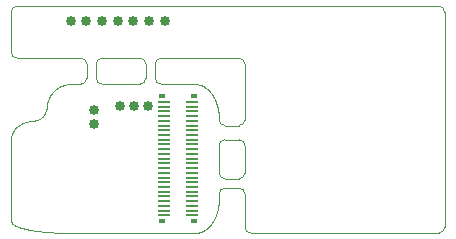
<source format=gbp>
G04*
G04 #@! TF.GenerationSoftware,Altium Limited,Altium Designer,23.10.1 (27)*
G04*
G04 Layer_Color=128*
%FSLAX44Y44*%
%MOMM*%
G71*
G04*
G04 #@! TF.SameCoordinates,75C69956-F49F-4592-A11B-EFE5AB9CB6E8*
G04*
G04*
G04 #@! TF.FilePolarity,Positive*
G04*
G01*
G75*
%ADD16C,0.0500*%
%ADD91C,0.8500*%
%ADD92R,0.6000X0.3000*%
%ADD93R,0.9850X0.1700*%
D16*
X198000Y143000D02*
G03*
X193000Y148000I-5000J0D01*
G01*
X198000Y33000D02*
G03*
X193000Y38000I-5000J0D01*
G01*
Y46000D02*
G03*
X198000Y51000I0J5000D01*
G01*
X198000Y74000D02*
G03*
X193000Y79000I-5000J0D01*
G01*
X193000Y91000D02*
G03*
X198000Y96000I0J5000D01*
G01*
X198000Y5000D02*
G03*
X203000Y0I5000J0D01*
G01*
X64000Y143000D02*
G03*
X59000Y148000I-5000J0D01*
G01*
X77000D02*
G03*
X72000Y143000I0J-5000D01*
G01*
X0Y153000D02*
G03*
X5000Y148000I5000J0D01*
G01*
X127000Y148000D02*
G03*
X122000Y143000I0J-5000D01*
G01*
X114000D02*
G03*
X109000Y148000I-5000J0D01*
G01*
X5000Y192000D02*
G03*
X0Y187000I0J-5000D01*
G01*
X367000D02*
G03*
X362000Y192000I-5000J0D01*
G01*
Y0D02*
G03*
X367000Y5000I0J5000D01*
G01*
X122000Y131000D02*
G03*
X127000Y126000I5000J0D01*
G01*
X59000D02*
G03*
X64000Y131000I0J5000D01*
G01*
X109000Y126000D02*
G03*
X114000Y131000I0J5000D01*
G01*
X72000Y131000D02*
G03*
X77000Y126000I5000J0D01*
G01*
X181000Y79000D02*
G03*
X176000Y74000I0J-5000D01*
G01*
X176000Y96000D02*
G03*
X181000Y91000I5000J0D01*
G01*
X181000Y38000D02*
G03*
X176000Y33000I0J-5000D01*
G01*
X176000Y51000D02*
G03*
X181000Y46000I5000J0D01*
G01*
X20000Y95000D02*
G03*
X30000Y105000I0J10000D01*
G01*
X0Y153000D02*
X0Y187000D01*
X203000Y0D02*
X362000D01*
X64000Y143045D02*
X64000Y131000D01*
X72000Y143000D02*
X72000Y131000D01*
X114000Y143000D02*
X114000Y131000D01*
X122000Y143000D02*
X122000Y131000D01*
X127000Y148000D02*
X193000D01*
X198000Y143000D02*
X198000Y96000D01*
X181000Y91000D02*
X193000D01*
X192000Y79000D02*
X193000D01*
X181000D02*
X192000D01*
X181000Y46000D02*
X193011D01*
X181000Y38000D02*
X193000D01*
X198000Y5000D02*
Y30000D01*
Y33000D01*
Y51000D02*
Y74000D01*
X77000Y148000D02*
X109000D01*
X5000Y148000D02*
X59000D01*
X5000Y192000D02*
X362000Y192000D01*
X367000Y5000D02*
Y187000D01*
X77000Y126000D02*
X109000D01*
X176000Y51000D02*
Y74000D01*
Y30000D02*
Y33000D01*
X127000Y126000D02*
X156000D01*
X175990Y29058D02*
X175998Y29529D01*
X175879Y26708D02*
X175911Y27177D01*
X175800Y25773D02*
X175842Y26240D01*
X175754Y25307D02*
X175800Y25773D01*
X175842Y26240D02*
X175879Y26708D01*
X175978Y28587D02*
X175990Y29058D01*
X175702Y24842D02*
X175754Y25307D01*
X175646Y24379D02*
X175702Y24842D01*
X175961Y28116D02*
X175978Y28587D01*
X175584Y23916D02*
X175646Y24379D01*
X175938Y27646D02*
X175961Y28116D01*
X175911Y27177D02*
X175938Y27646D01*
X175518Y23456D02*
X175584Y23916D01*
X173215Y14729D02*
X173373Y15136D01*
X173526Y15547D01*
X174228Y17655D02*
X174355Y18086D01*
X174097Y17227D02*
X174228Y17655D01*
X173960Y16802D02*
X174097Y17227D01*
X173053Y14325D02*
X173215Y14729D01*
X172887Y13925D02*
X173053Y14325D01*
X173820Y16380D02*
X173960Y16802D01*
X173675Y15962D02*
X173820Y16380D01*
X173526Y15547D02*
X173675Y15962D01*
X174596Y18956D02*
X174709Y19396D01*
X174922Y20282D02*
X175021Y20729D01*
X175447Y22997D02*
X175518Y23456D01*
X175372Y22539D02*
X175447Y22997D01*
X174818Y19838D02*
X174922Y20282D01*
X174709Y19396D02*
X174818Y19838D01*
X175291Y22084D02*
X175372Y22539D01*
X175206Y21630D02*
X175291Y22084D01*
X174478Y18520D02*
X174596Y18956D01*
X175116Y21179D02*
X175206Y21630D01*
X174355Y18086D02*
X174478Y18520D01*
X175021Y20729D02*
X175116Y21179D01*
X168008Y6010D02*
X168258Y6295D01*
X168748Y6885D02*
X168989Y7188D01*
X170142Y8787D02*
X170362Y9123D01*
X168505Y6587D02*
X168748Y6885D01*
X169918Y8456D02*
X170142Y8787D01*
X168258Y6295D02*
X168505Y6587D01*
X169691Y8131D02*
X169918Y8456D01*
X169460Y7811D02*
X169691Y8131D01*
X167756Y5730D02*
X168008Y6010D01*
X169226Y7497D02*
X169460Y7811D01*
X168989Y7188D02*
X169226Y7497D01*
X170362Y9123D02*
X170579Y9464D01*
X167242Y5188D02*
X167500Y5455D01*
X165909Y3941D02*
X166181Y4178D01*
X165635Y3711D02*
X165909Y3941D01*
X165359Y3487D02*
X165635Y3711D01*
X166980Y4926D02*
X167242Y5188D01*
X166716Y4670D02*
X166980Y4926D01*
X165080Y3270D02*
X165359Y3487D01*
X164799Y3059D02*
X165080Y3270D01*
X166450Y4421D02*
X166716Y4670D01*
X164516Y2855D02*
X164799Y3059D01*
X166181Y4178D02*
X166450Y4421D01*
X167500Y5455D02*
X167756Y5730D01*
X162180Y1468D02*
X162478Y1618D01*
X160363Y723D02*
X160669Y829D01*
X160056Y623D02*
X160363Y723D01*
X161881Y1326D02*
X162180Y1468D01*
X159748Y531D02*
X160056Y623D01*
X161580Y1191D02*
X161881Y1326D01*
X161277Y1063D02*
X161580Y1191D01*
X159439Y447D02*
X159748Y531D01*
X159129Y369D02*
X159439Y447D01*
X160974Y943D02*
X161277Y1063D01*
X160669Y829D02*
X160974Y943D01*
X162478Y1618D02*
X162775Y1774D01*
X172542Y13138D02*
X172716Y13529D01*
X171410Y10877D02*
X171609Y11243D01*
X171208Y10517D02*
X171410Y10877D01*
X172363Y12750D02*
X172542Y13138D01*
X172180Y12366D02*
X172363Y12750D01*
X171002Y10161D02*
X171208Y10517D01*
X170793Y9810D02*
X171002Y10161D01*
X171994Y11987D02*
X172180Y12366D01*
X170579Y9464D02*
X170793Y9810D01*
X171803Y11613D02*
X171994Y11987D01*
X172716Y13529D02*
X172887Y13925D01*
X171609Y11243D02*
X171803Y11613D01*
X156000Y0D02*
X156314Y4D01*
X156628Y15D01*
X156942Y33D01*
X157256Y59D01*
X158507Y237D02*
X158818Y299D01*
X158195Y181D02*
X158507Y237D01*
X157882Y133D02*
X158195Y181D01*
X157569Y93D02*
X157882Y133D01*
X157256Y59D02*
X157569Y93D01*
X158818Y299D02*
X159129Y369D01*
X162775Y1774D02*
X163069Y1937D01*
X163943Y2467D02*
X164230Y2658D01*
X163654Y2284D02*
X163943Y2467D01*
X163363Y2107D02*
X163654Y2284D01*
X163069Y1937D02*
X163363Y2107D01*
X164230Y2658D02*
X164516Y2855D01*
X175998Y29529D02*
X176000Y30000D01*
X175990Y96942D02*
X175998Y96471D01*
X175879Y99292D02*
X175911Y98823D01*
X175800Y100227D02*
X175842Y99760D01*
X175754Y100693D02*
X175800Y100227D01*
X175842Y99760D02*
X175879Y99292D01*
X175978Y97413D02*
X175990Y96942D01*
X175702Y101158D02*
X175754Y100693D01*
X175646Y101621D02*
X175702Y101158D01*
X175961Y97884D02*
X175978Y97413D01*
X175584Y102084D02*
X175646Y101621D01*
X175938Y98354D02*
X175961Y97884D01*
X175911Y98823D02*
X175938Y98354D01*
X175518Y102544D02*
X175584Y102084D01*
X173215Y111271D02*
X173373Y110864D01*
X173526Y110453D01*
X174228Y108345D02*
X174355Y107914D01*
X174097Y108773D02*
X174228Y108345D01*
X173960Y109198D02*
X174097Y108773D01*
X173053Y111675D02*
X173215Y111271D01*
X172887Y112075D02*
X173053Y111675D01*
X173820Y109620D02*
X173960Y109198D01*
X173675Y110038D02*
X173820Y109620D01*
X173526Y110453D02*
X173675Y110038D01*
X174596Y107044D02*
X174709Y106604D01*
X174922Y105717D02*
X175021Y105271D01*
X175447Y103003D02*
X175518Y102544D01*
X175372Y103461D02*
X175447Y103003D01*
X174818Y106162D02*
X174922Y105717D01*
X174709Y106604D02*
X174818Y106162D01*
X175291Y103916D02*
X175372Y103461D01*
X175206Y104370D02*
X175291Y103916D01*
X174478Y107480D02*
X174596Y107044D01*
X175116Y104821D02*
X175206Y104370D01*
X174355Y107914D02*
X174478Y107480D01*
X175021Y105271D02*
X175116Y104821D01*
X168008Y119991D02*
X168258Y119705D01*
X168748Y119115D02*
X168989Y118812D01*
X170142Y117213D02*
X170362Y116877D01*
X168505Y119413D02*
X168748Y119115D01*
X169918Y117544D02*
X170142Y117213D01*
X168258Y119705D02*
X168505Y119413D01*
X169691Y117869D02*
X169918Y117544D01*
X169460Y118189D02*
X169691Y117869D01*
X167756Y120270D02*
X168008Y119991D01*
X169226Y118503D02*
X169460Y118189D01*
X168989Y118812D02*
X169226Y118503D01*
X170362Y116877D02*
X170579Y116536D01*
X167242Y120812D02*
X167500Y120544D01*
X165909Y122059D02*
X166181Y121822D01*
X165635Y122289D02*
X165909Y122059D01*
X165359Y122513D02*
X165635Y122289D01*
X166980Y121074D02*
X167242Y120812D01*
X166716Y121330D02*
X166980Y121074D01*
X165080Y122730D02*
X165359Y122513D01*
X164799Y122941D02*
X165080Y122730D01*
X166450Y121579D02*
X166716Y121330D01*
X164516Y123145D02*
X164799Y122941D01*
X166181Y121822D02*
X166450Y121579D01*
X167500Y120544D02*
X167756Y120270D01*
X162180Y124532D02*
X162478Y124382D01*
X160363Y125277D02*
X160669Y125171D01*
X160056Y125377D02*
X160363Y125277D01*
X161881Y124674D02*
X162180Y124532D01*
X159748Y125469D02*
X160056Y125377D01*
X161580Y124809D02*
X161881Y124674D01*
X161277Y124937D02*
X161580Y124809D01*
X159439Y125553D02*
X159748Y125469D01*
X159129Y125631D02*
X159439Y125553D01*
X160974Y125057D02*
X161277Y124937D01*
X160669Y125171D02*
X160974Y125057D01*
X162478Y124382D02*
X162775Y124226D01*
X172542Y112863D02*
X172716Y112471D01*
X171410Y115123D02*
X171609Y114757D01*
X171208Y115483D02*
X171410Y115123D01*
X172363Y113250D02*
X172542Y112863D01*
X172180Y113633D02*
X172363Y113250D01*
X171002Y115839D02*
X171208Y115483D01*
X170793Y116190D02*
X171002Y115839D01*
X171994Y114012D02*
X172180Y113633D01*
X170579Y116536D02*
X170793Y116190D01*
X171803Y114387D02*
X171994Y114012D01*
X172716Y112471D02*
X172887Y112075D01*
X171609Y114757D02*
X171803Y114387D01*
X156000Y126000D02*
X156314Y125996D01*
X156628Y125985D01*
X156942Y125967D01*
X157256Y125941D01*
X158507Y125763D02*
X158818Y125701D01*
X158195Y125819D02*
X158507Y125763D01*
X157882Y125867D02*
X158195Y125819D01*
X157569Y125907D02*
X157882Y125867D01*
X157256Y125941D02*
X157569Y125907D01*
X158818Y125701D02*
X159129Y125631D01*
X162775Y124226D02*
X163069Y124063D01*
X163943Y123533D02*
X164230Y123342D01*
X163654Y123716D02*
X163943Y123533D01*
X163363Y123893D02*
X163654Y123716D01*
X163069Y124063D02*
X163363Y123893D01*
X164230Y123342D02*
X164516Y123145D01*
X175998Y96471D02*
X176000Y96000D01*
X50000Y126000D02*
X59000D01*
X884Y84411D02*
X979Y84635D01*
X628Y83730D02*
X709Y83958D01*
X415Y83042D02*
X482Y83272D01*
X1405Y85522D02*
X1522Y85740D01*
X2785Y87636D02*
X2947Y87837D01*
X4197Y89194D02*
X4391Y89379D01*
X154Y9215D02*
X222Y9059D01*
X616Y8436D02*
X745Y8281D01*
X4792Y89742D02*
X4998Y89920D01*
X5207Y90095D02*
X5421Y90268D01*
X5858Y90607D02*
X6082Y90772D01*
X6309Y90934D02*
X6540Y91095D01*
X7495Y91706D02*
X7742Y91852D01*
X5099Y5601D02*
X5450Y5460D01*
X9550Y92790D02*
X9819Y92911D01*
X10920Y93365D02*
X11201Y93470D01*
X11484Y93572D01*
X6963Y4910D02*
X7368Y4775D01*
X18118Y94933D02*
X18431Y94954D01*
X19058Y94983D02*
X19372Y94993D01*
X30062Y106648D02*
X30089Y106976D01*
X30121Y107304D02*
X30158Y107632D01*
X30354Y108935D02*
X30415Y109258D01*
X31182Y112114D02*
X31291Y112423D01*
X31405Y112731D02*
X31522Y113036D01*
X31772Y113642D02*
X31904Y113941D01*
X32474Y115117D02*
X32627Y115405D01*
X34590Y118386D02*
X34792Y118638D01*
X33063Y591D02*
X33804Y539D01*
X37992Y121793D02*
X38244Y121989D01*
X38758Y122369D02*
X39020Y122552D01*
X39550Y122905D02*
X39819Y123076D01*
X40641Y123559D02*
X40920Y123711D01*
X43522Y124868D02*
X43820Y124972D01*
X44119Y125072D02*
X44420Y125166D01*
X46860Y20D02*
X47645Y11D01*
X48429Y5D01*
X47805Y125873D02*
X48118Y125907D01*
X48431Y125935D02*
X48744Y125959D01*
X49058Y125977D02*
X49372Y125990D01*
X48744Y125959D02*
X49058Y125977D01*
X1522Y85740D02*
X1645Y85957D01*
X1772Y86173D02*
X1903Y86387D01*
X2325Y87019D02*
X2474Y87226D01*
X0Y80000D02*
X3Y80236D01*
X0Y10000D02*
Y80000D01*
X6Y9843D02*
X25Y9686D01*
X55Y9529D02*
X99Y9372D01*
X222Y9059D02*
X302Y8903D01*
X1571Y7513D02*
X1772Y7361D01*
X3228Y6465D02*
X3511Y6319D01*
X3806Y6173D01*
X4430Y5885D02*
X4759Y5742D01*
X5099Y5601D01*
X9819Y92911D02*
X10091Y93029D01*
X5812Y5321D02*
X6185Y5182D01*
X6568Y5045D01*
X9093Y4250D02*
X9549Y4122D01*
X16252Y94734D02*
X16561Y94777D01*
X11474Y3626D02*
X11980Y3505D01*
X17805Y94909D02*
X18118Y94933D01*
X13018Y3270D02*
X13552Y3155D01*
X18744Y94970D02*
X19058Y94983D01*
X30010Y105660D02*
X30022Y105989D01*
X31078Y111802D02*
X31182Y112114D01*
X23875Y1474D02*
X24548Y1393D01*
X25227Y1314D02*
X25912Y1237D01*
X32180Y114534D02*
X32325Y114826D01*
X30143Y822D02*
X30866Y761D01*
X31594Y702D02*
X32326Y646D01*
X36806Y354D02*
X37566Y314D01*
X39020Y122552D02*
X39283Y122731D01*
X40631Y177D02*
X41403Y149D01*
X45295Y44D02*
X46077Y31D01*
X46871Y125742D02*
X47182Y125791D01*
X47493Y125834D01*
X49215Y1D02*
X50000Y0D01*
X482Y83272D02*
X553Y83502D01*
X246Y82346D02*
X298Y82579D01*
X4391Y89379D02*
X4590Y89561D01*
X4792Y89742D01*
X302Y8903D02*
X394Y8747D01*
X745Y8281D02*
X886Y8126D01*
X7992Y91995D02*
X8244Y92135D01*
X3806Y6173D02*
X4112Y6029D01*
X8758Y92406D02*
X9020Y92537D01*
X4112Y6029D02*
X4430Y5885D01*
X6568Y5045D02*
X6963Y4910D01*
X10016Y3996D02*
X10492Y3871D01*
X10978Y3748D01*
X15331Y94586D02*
X15637Y94639D01*
X15944Y94688D02*
X16252Y94734D01*
X17493Y94882D02*
X17805Y94909D01*
X18431Y94954D02*
X18744Y94970D01*
X14094Y3041D02*
X14645Y2929D01*
X30089Y106976D02*
X30121Y107304D01*
X19979Y2003D02*
X20611Y1910D01*
X30628Y110223D02*
X30709Y110541D01*
X22549Y1642D02*
X23209Y1557D01*
X30794Y110859D02*
X30884Y111175D01*
X30979Y111489D02*
X31078Y111802D01*
X31645Y113340D02*
X31772Y113642D01*
X33458Y116804D02*
X33637Y117075D01*
X34998Y118888D02*
X35207Y119133D01*
X33804Y539D02*
X34549Y489D01*
X36540Y120532D02*
X36774Y120752D01*
X37011Y120969D01*
X38500Y122181D02*
X38758Y122369D01*
X39093Y241D02*
X39861Y208D01*
X44513Y60D02*
X45295Y44D01*
X44420Y125166D02*
X44722Y125256D01*
X46077Y31D02*
X46860Y20D01*
X46252Y125628D02*
X46561Y125687D01*
X1182Y85081D02*
X1291Y85302D01*
X1903Y86387D02*
X2039Y86599D01*
X2180Y86810D01*
X22Y80707D02*
X39Y80942D01*
X3113Y88037D02*
X3284Y88235D01*
X3458Y88431D01*
X4006Y89006D02*
X4197Y89194D01*
X394Y8747D02*
X499Y8591D01*
X1985Y7210D02*
X2210Y7060D01*
X2447Y6910D02*
X2696Y6761D01*
X8244Y92135D02*
X8500Y92272D01*
X10091Y93029D02*
X10365Y93145D01*
X8646Y4379D02*
X9093Y4250D01*
X14119Y94337D02*
X14420Y94404D01*
X16561Y94777D02*
X16871Y94815D01*
X17182Y94850D01*
X15204Y2819D02*
X15773Y2710D01*
X30000Y105000D02*
X30003Y105330D01*
X18129Y2295D02*
X18738Y2196D01*
X19355Y2098D02*
X19979Y2003D01*
X20611Y1910D02*
X21250Y1819D01*
X30553Y109902D02*
X30628Y110223D01*
X31522Y113036D02*
X31645Y113340D01*
X25912Y1237D02*
X26604Y1162D01*
X28711Y952D02*
X29424Y886D01*
X34391Y118130D02*
X34590Y118386D01*
X35207Y119133D02*
X35421Y119375D01*
X35638Y119614D01*
X36082Y120081D02*
X36309Y120308D01*
X35298Y442D02*
X36050Y397D01*
X37011Y120969D02*
X37252Y121181D01*
X39283Y122731D02*
X39550Y122905D01*
X41484Y124001D02*
X41770Y124139D01*
X42057Y124273D01*
X42955Y100D02*
X43733Y79D01*
X44722Y125256D02*
X45026Y125340D01*
X45331Y125420D01*
X48429Y5D02*
X49215Y1D01*
X709Y83958D02*
X794Y84185D01*
X553Y83502D02*
X628Y83730D01*
X89Y81412D02*
X121Y81646D01*
X3Y80236D02*
X10Y80471D01*
X62Y81177D02*
X89Y81412D01*
X3637Y88625D02*
X3820Y88817D01*
X0Y10000D02*
X6Y9843D01*
X3820Y88817D02*
X4006Y89006D01*
X4998Y89920D02*
X5207Y90095D01*
X886Y8126D02*
X1039Y7972D01*
X1772Y7361D02*
X1985Y7210D01*
X2210Y7060D02*
X2447Y6910D01*
X2696Y6761D02*
X2956Y6613D01*
X8500Y92272D02*
X8758Y92406D01*
X9283Y92665D02*
X9550Y92790D01*
X12057Y93766D02*
X12346Y93858D01*
X7784Y4642D02*
X8210Y4510D01*
X14420Y94404D02*
X14723Y94468D01*
X15637Y94639D02*
X15944Y94688D01*
X30199Y107959D02*
X30246Y108285D01*
X21250Y1819D02*
X21896Y1729D01*
X30482Y109581D02*
X30553Y109902D01*
X30709Y110541D02*
X30794Y110859D01*
X30884Y111175D02*
X30979Y111489D01*
X32325Y114826D02*
X32474Y115117D01*
X33284Y116530D02*
X33458Y116804D01*
X34197Y117871D02*
X34391Y118130D01*
X34792Y118638D02*
X34998Y118888D01*
X34549Y489D02*
X35298Y442D01*
X37495Y121389D02*
X37742Y121593D01*
X36050Y397D02*
X36806Y354D01*
X37566Y314D02*
X38328Y276D01*
X42178Y123D02*
X42955Y100D01*
X42638Y124525D02*
X42930Y124644D01*
X43225Y124759D02*
X43522Y124868D01*
X43820Y124972D02*
X44119Y125072D01*
X45637Y125494D02*
X45944Y125564D01*
X46561Y125687D02*
X46871Y125742D01*
X979Y84635D02*
X1078Y84859D01*
X1182Y85081D01*
X1645Y85957D02*
X1772Y86173D01*
X200Y82114D02*
X246Y82346D01*
X121Y81646D02*
X158Y81880D01*
X39Y80942D02*
X62Y81177D01*
X10Y80471D02*
X22Y80707D01*
X5421Y90268D02*
X5638Y90439D01*
X1382Y7666D02*
X1571Y7513D01*
X6540Y91095D02*
X6774Y91252D01*
X7011Y91406D01*
X7251Y91558D01*
X7495Y91706D01*
X2956Y6613D02*
X3228Y6465D01*
X10641Y93257D02*
X10920Y93365D01*
X7368Y4775D02*
X7784Y4642D01*
X12637Y93947D02*
X12931Y94032D01*
X13225Y94113D01*
X13522Y94191D02*
X13820Y94266D01*
X15026Y94529D02*
X15331Y94586D01*
X9549Y4122D02*
X10016Y3996D01*
X10978Y3748D02*
X11474Y3626D01*
X19372Y94993D02*
X19686Y94998D01*
X30003Y105330D02*
X30010Y105660D01*
X30022Y105989D02*
X30040Y106319D01*
X30062Y106648D01*
X18738Y2196D02*
X19355Y2098D01*
X30246Y108285D02*
X30298Y108610D01*
X32947Y115972D02*
X33113Y116252D01*
X29424Y886D02*
X30143Y822D01*
X34006Y117609D02*
X34197Y117871D01*
X30866Y761D02*
X31594Y702D01*
X32326Y646D02*
X33063Y591D01*
X37252Y121181D02*
X37495Y121389D01*
X39819Y123076D02*
X40091Y123241D01*
X42057Y124273D02*
X42346Y124402D01*
X42638Y124525D01*
X42930Y124644D02*
X43225Y124759D01*
X49372Y125990D02*
X49686Y125997D01*
X50000Y0D02*
X156000D01*
X298Y82579D02*
X354Y82811D01*
X2627Y87432D02*
X2785Y87636D01*
X3458Y88431D02*
X3637Y88625D01*
X25Y9686D02*
X55Y9529D01*
X499Y8591D02*
X616Y8436D01*
X5638Y90439D02*
X5858Y90607D01*
X1204Y7819D02*
X1382Y7666D01*
X6082Y90772D02*
X6309Y90934D01*
X9020Y92537D02*
X9283Y92665D01*
X10365Y93145D02*
X10641Y93257D01*
X11770Y93671D02*
X12057Y93766D01*
X12346Y93858D02*
X12637Y93947D01*
X13225Y94113D02*
X13522Y94191D01*
X14723Y94468D02*
X15026Y94529D01*
X11980Y3505D02*
X12494Y3387D01*
X13552Y3155D02*
X14094Y3041D01*
X14645Y2929D02*
X15204Y2819D01*
X15773Y2710D02*
X16349Y2604D01*
X16934Y2499D01*
X30158Y107632D02*
X30199Y107959D01*
X30298Y108610D02*
X30354Y108935D01*
X30415Y109258D02*
X30482Y109581D01*
X21896Y1729D02*
X22549Y1642D01*
X32039Y114239D02*
X32180Y114534D01*
X32627Y115405D02*
X32785Y115690D01*
X27301Y1090D02*
X28003Y1020D01*
X28711Y952D01*
X32785Y115690D02*
X32947Y115972D01*
X35638Y119614D02*
X35858Y119849D01*
X37742Y121593D02*
X37992Y121793D01*
X39861Y208D02*
X40631Y177D01*
X41403Y149D02*
X42178Y123D01*
X40920Y123711D02*
X41201Y123859D01*
X45944Y125564D02*
X46252Y125628D01*
X794Y84185D02*
X884Y84411D01*
X1291Y85302D02*
X1405Y85522D01*
X354Y82811D02*
X415Y83042D01*
X158Y81880D02*
X200Y82114D01*
X2180Y86810D02*
X2325Y87019D01*
X2474Y87226D02*
X2627Y87432D01*
X2947Y87837D02*
X3113Y88037D01*
X99Y9372D02*
X154Y9215D01*
X1039Y7972D02*
X1204Y7819D01*
X7742Y91852D02*
X7992Y91995D01*
X5450Y5460D02*
X5812Y5321D01*
X11484Y93572D02*
X11770Y93671D01*
X8210Y4510D02*
X8646Y4379D01*
X13820Y94266D02*
X14119Y94337D01*
X17182Y94850D02*
X17493Y94882D01*
X12494Y3387D02*
X13018Y3270D01*
X19686Y94998D02*
X20000Y95000D01*
X16934Y2499D02*
X17528Y2396D01*
X18129Y2295D01*
X23209Y1557D02*
X23875Y1474D01*
X31291Y112423D02*
X31405Y112731D01*
X24548Y1393D02*
X25227Y1314D01*
X31904Y113941D02*
X32039Y114239D01*
X26604Y1162D02*
X27301Y1090D01*
X33113Y116252D02*
X33284Y116530D01*
X33637Y117075D02*
X33820Y117344D01*
X34006Y117609D01*
X35858Y119849D02*
X36082Y120081D01*
X36309Y120308D02*
X36540Y120532D01*
X38244Y121989D02*
X38500Y122181D01*
X38328Y276D02*
X39093Y241D01*
X40091Y123241D02*
X40365Y123402D01*
X40641Y123559D01*
X41201Y123859D02*
X41484Y124001D01*
X43733Y79D02*
X44513Y60D01*
X45331Y125420D02*
X45637Y125494D01*
X47493Y125834D02*
X47805Y125873D01*
X48118Y125907D02*
X48431Y125935D01*
X49686Y125997D02*
X50000Y126000D01*
D91*
X92469Y107500D02*
D03*
X70000Y92000D02*
D03*
X116000Y107500D02*
D03*
X104000D02*
D03*
X70000Y104000D02*
D03*
X50496Y179250D02*
D03*
X76997D02*
D03*
X90248D02*
D03*
X103499D02*
D03*
X116749Y179728D02*
D03*
X130000Y179250D02*
D03*
X63747D02*
D03*
D92*
X127750Y115750D02*
D03*
X154750D02*
D03*
Y10250D02*
D03*
X127750D02*
D03*
D93*
X152750Y103000D02*
D03*
Y87000D02*
D03*
Y83000D02*
D03*
Y79000D02*
D03*
Y71000D02*
D03*
Y67000D02*
D03*
Y75000D02*
D03*
Y99000D02*
D03*
Y91000D02*
D03*
Y95000D02*
D03*
Y107000D02*
D03*
Y111000D02*
D03*
Y15000D02*
D03*
Y19000D02*
D03*
Y23000D02*
D03*
Y27000D02*
D03*
Y31000D02*
D03*
Y59000D02*
D03*
Y55000D02*
D03*
Y51000D02*
D03*
Y47000D02*
D03*
Y43000D02*
D03*
Y39000D02*
D03*
Y35000D02*
D03*
Y63000D02*
D03*
X129250Y111000D02*
D03*
Y15000D02*
D03*
Y19000D02*
D03*
Y23000D02*
D03*
Y27000D02*
D03*
Y31000D02*
D03*
Y35000D02*
D03*
Y39000D02*
D03*
Y43000D02*
D03*
Y47000D02*
D03*
Y51000D02*
D03*
Y55000D02*
D03*
Y59000D02*
D03*
Y63000D02*
D03*
Y67000D02*
D03*
Y71000D02*
D03*
Y75000D02*
D03*
Y79000D02*
D03*
Y83000D02*
D03*
Y87000D02*
D03*
Y91000D02*
D03*
Y95000D02*
D03*
Y99000D02*
D03*
Y103000D02*
D03*
Y107000D02*
D03*
M02*

</source>
